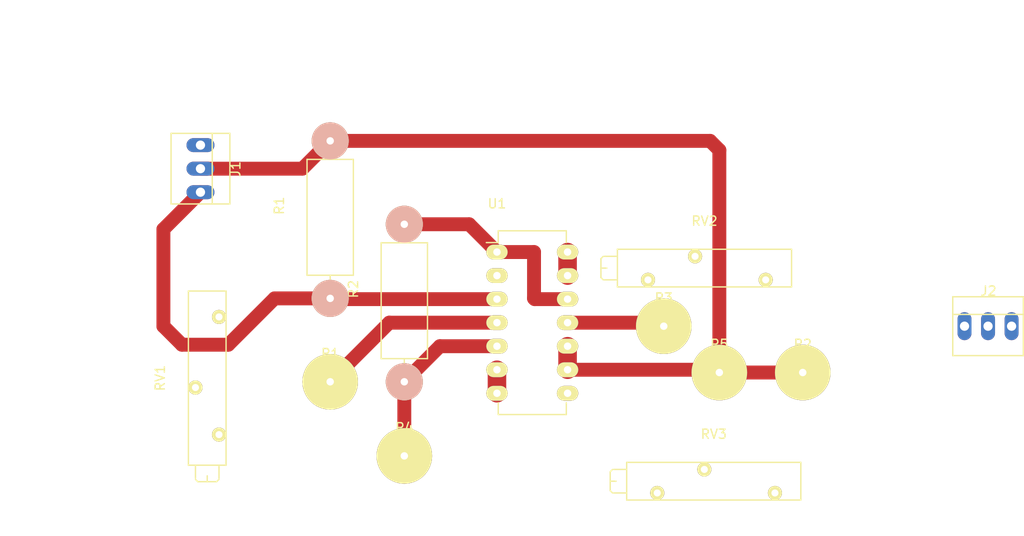
<source format=kicad_pcb>
(kicad_pcb (version 4) (host pcbnew 4.0.2+e4-6225~38~ubuntu14.04.1-stable)

  (general
    (links 25)
    (no_connects 10)
    (area 0 0 0 0)
    (thickness 1.6)
    (drawings 2)
    (tracks 32)
    (zones 0)
    (modules 13)
    (nets 14)
  )

  (page A4)
  (layers
    (0 F.Cu signal)
    (31 B.Cu signal)
    (32 B.Adhes user)
    (33 F.Adhes user)
    (34 B.Paste user)
    (35 F.Paste user)
    (36 B.SilkS user)
    (37 F.SilkS user)
    (38 B.Mask user)
    (39 F.Mask user)
    (40 Dwgs.User user)
    (41 Cmts.User user)
    (42 Eco1.User user)
    (43 Eco2.User user)
    (44 Edge.Cuts user)
    (45 Margin user)
    (46 B.CrtYd user)
    (47 F.CrtYd user)
    (48 B.Fab user)
    (49 F.Fab user)
  )

  (setup
    (last_trace_width 1.5)
    (trace_clearance 0.5)
    (zone_clearance 0.508)
    (zone_45_only no)
    (trace_min 0.2)
    (segment_width 0.2)
    (edge_width 0.15)
    (via_size 0.6)
    (via_drill 0.4)
    (via_min_size 0.4)
    (via_min_drill 0.3)
    (uvia_size 0.3)
    (uvia_drill 0.1)
    (uvias_allowed no)
    (uvia_min_size 0.2)
    (uvia_min_drill 0.1)
    (pcb_text_width 0.3)
    (pcb_text_size 1.5 1.5)
    (mod_edge_width 0.15)
    (mod_text_size 1 1)
    (mod_text_width 0.15)
    (pad_size 1.524 1.524)
    (pad_drill 0.762)
    (pad_to_mask_clearance 0.2)
    (aux_axis_origin 0 0)
    (visible_elements FFFFFF7F)
    (pcbplotparams
      (layerselection 0x00030_80000001)
      (usegerberextensions false)
      (excludeedgelayer true)
      (linewidth 0.100000)
      (plotframeref false)
      (viasonmask false)
      (mode 1)
      (useauxorigin false)
      (hpglpennumber 1)
      (hpglpenspeed 20)
      (hpglpendiameter 15)
      (hpglpenoverlay 2)
      (psnegative false)
      (psa4output false)
      (plotreference true)
      (plotvalue true)
      (plotinvisibletext false)
      (padsonsilk false)
      (subtractmaskfromsilk false)
      (outputformat 1)
      (mirror false)
      (drillshape 1)
      (scaleselection 1)
      (outputdirectory ""))
  )

  (net 0 "")
  (net 1 "Net-(J1-Pad1)")
  (net 2 GND)
  (net 3 "Net-(J1-Pad3)")
  (net 4 "Net-(J2-Pad1)")
  (net 5 "Net-(J2-Pad3)")
  (net 6 +12V)
  (net 7 -12V)
  (net 8 "Net-(P4-Pad1)")
  (net 9 "Net-(R2-Pad2)")
  (net 10 "Net-(RV1-Pad2)")
  (net 11 "Net-(RV2-Pad1)")
  (net 12 "Net-(RV3-Pad1)")
  (net 13 "Net-(U1-Pad8)")

  (net_class Default "This is the default net class."
    (clearance 0.5)
    (trace_width 1.5)
    (via_dia 0.6)
    (via_drill 0.4)
    (uvia_dia 0.3)
    (uvia_drill 0.1)
    (add_net +12V)
    (add_net -12V)
    (add_net GND)
    (add_net "Net-(J1-Pad1)")
    (add_net "Net-(J1-Pad3)")
    (add_net "Net-(J2-Pad1)")
    (add_net "Net-(J2-Pad3)")
    (add_net "Net-(P4-Pad1)")
    (add_net "Net-(R2-Pad2)")
    (add_net "Net-(RV1-Pad2)")
    (add_net "Net-(RV2-Pad1)")
    (add_net "Net-(RV3-Pad1)")
    (add_net "Net-(U1-Pad8)")
  )

  (module Connect:PINHEAD1-3 (layer F.Cu) (tedit 0) (tstamp 57BD6519)
    (at 116 67 270)
    (path /57BD9337)
    (attr virtual)
    (fp_text reference J1 (at 0.05 -3.8 270) (layer F.SilkS)
      (effects (font (size 1 1) (thickness 0.15)))
    )
    (fp_text value "Line OUT" (at 0 3.81 270) (layer F.Fab)
      (effects (font (size 1 1) (thickness 0.15)))
    )
    (fp_line (start -3.81 -3.175) (end -3.81 3.175) (layer F.SilkS) (width 0.15))
    (fp_line (start 3.81 -3.175) (end 3.81 3.175) (layer F.SilkS) (width 0.15))
    (fp_line (start 3.81 -1.27) (end -3.81 -1.27) (layer F.SilkS) (width 0.15))
    (fp_line (start -3.81 -3.175) (end 3.81 -3.175) (layer F.SilkS) (width 0.15))
    (fp_line (start 3.81 3.175) (end -3.81 3.175) (layer F.SilkS) (width 0.15))
    (pad 1 thru_hole oval (at -2.54 0 270) (size 1.50622 3.01498) (drill 0.99822) (layers *.Cu *.Mask)
      (net 1 "Net-(J1-Pad1)"))
    (pad 2 thru_hole oval (at 0 0 270) (size 1.50622 3.01498) (drill 0.99822) (layers *.Cu *.Mask)
      (net 2 GND))
    (pad 3 thru_hole oval (at 2.54 0 270) (size 1.50622 3.01498) (drill 0.99822) (layers *.Cu *.Mask)
      (net 3 "Net-(J1-Pad3)"))
  )

  (module Connect:PINHEAD1-3 (layer F.Cu) (tedit 0) (tstamp 57BD6520)
    (at 201 84)
    (path /57BD94A5)
    (attr virtual)
    (fp_text reference J2 (at 0.05 -3.8) (layer F.SilkS)
      (effects (font (size 1 1) (thickness 0.15)))
    )
    (fp_text value "Line IN" (at 0 3.81) (layer F.Fab)
      (effects (font (size 1 1) (thickness 0.15)))
    )
    (fp_line (start -3.81 -3.175) (end -3.81 3.175) (layer F.SilkS) (width 0.15))
    (fp_line (start 3.81 -3.175) (end 3.81 3.175) (layer F.SilkS) (width 0.15))
    (fp_line (start 3.81 -1.27) (end -3.81 -1.27) (layer F.SilkS) (width 0.15))
    (fp_line (start -3.81 -3.175) (end 3.81 -3.175) (layer F.SilkS) (width 0.15))
    (fp_line (start 3.81 3.175) (end -3.81 3.175) (layer F.SilkS) (width 0.15))
    (pad 1 thru_hole oval (at -2.54 0) (size 1.50622 3.01498) (drill 0.99822) (layers *.Cu *.Mask)
      (net 4 "Net-(J2-Pad1)"))
    (pad 2 thru_hole oval (at 0 0) (size 1.50622 3.01498) (drill 0.99822) (layers *.Cu *.Mask)
      (net 2 GND))
    (pad 3 thru_hole oval (at 2.54 0) (size 1.50622 3.01498) (drill 0.99822) (layers *.Cu *.Mask)
      (net 5 "Net-(J2-Pad3)"))
  )

  (module footprints:1pin_big (layer F.Cu) (tedit 57B0B1CF) (tstamp 57BD6525)
    (at 130 90)
    (descr "module 1 pin (ou trou mecanique de percage)")
    (tags DEV)
    (path /57BD74A8)
    (fp_text reference P1 (at 0 -3.048) (layer F.SilkS)
      (effects (font (size 1 1) (thickness 0.15)))
    )
    (fp_text value +Vref (at 0 2.794) (layer F.Fab)
      (effects (font (size 1 1) (thickness 0.15)))
    )
    (fp_circle (center 0 0) (end 0 -1.5) (layer F.SilkS) (width 0.15))
    (pad 1 thru_hole circle (at 0 0) (size 6 6) (drill 0.8) (layers *.Cu *.Mask F.SilkS)
      (net 6 +12V))
  )

  (module footprints:1pin_big (layer F.Cu) (tedit 57B0B1CF) (tstamp 57BD652A)
    (at 181 89)
    (descr "module 1 pin (ou trou mecanique de percage)")
    (tags DEV)
    (path /57BD8275)
    (fp_text reference P2 (at 0 -3.048) (layer F.SilkS)
      (effects (font (size 1 1) (thickness 0.15)))
    )
    (fp_text value GND (at 0 2.794) (layer F.Fab)
      (effects (font (size 1 1) (thickness 0.15)))
    )
    (fp_circle (center 0 0) (end 0 -1.5) (layer F.SilkS) (width 0.15))
    (pad 1 thru_hole circle (at 0 0) (size 6 6) (drill 0.8) (layers *.Cu *.Mask F.SilkS)
      (net 2 GND))
  )

  (module footprints:1pin_big (layer F.Cu) (tedit 57B0B1CF) (tstamp 57BD652F)
    (at 166 84)
    (descr "module 1 pin (ou trou mecanique de percage)")
    (tags DEV)
    (path /57BD82F3)
    (fp_text reference P3 (at 0 -3.048) (layer F.SilkS)
      (effects (font (size 1 1) (thickness 0.15)))
    )
    (fp_text value -Vref (at 0 2.794) (layer F.Fab)
      (effects (font (size 1 1) (thickness 0.15)))
    )
    (fp_circle (center 0 0) (end 0 -1.5) (layer F.SilkS) (width 0.15))
    (pad 1 thru_hole circle (at 0 0) (size 6 6) (drill 0.8) (layers *.Cu *.Mask F.SilkS)
      (net 7 -12V))
  )

  (module footprints:1pin_big (layer F.Cu) (tedit 57B0B1CF) (tstamp 57BD6534)
    (at 138 98)
    (descr "module 1 pin (ou trou mecanique de percage)")
    (tags DEV)
    (path /57BD8750)
    (fp_text reference P4 (at 0 -3.048) (layer F.SilkS)
      (effects (font (size 1 1) (thickness 0.15)))
    )
    (fp_text value Probe (at 0 2.794) (layer F.Fab)
      (effects (font (size 1 1) (thickness 0.15)))
    )
    (fp_circle (center 0 0) (end 0 -1.5) (layer F.SilkS) (width 0.15))
    (pad 1 thru_hole circle (at 0 0) (size 6 6) (drill 0.8) (layers *.Cu *.Mask F.SilkS)
      (net 8 "Net-(P4-Pad1)"))
  )

  (module footprints:1pin_big (layer F.Cu) (tedit 57B0B1CF) (tstamp 57BD6539)
    (at 172 89)
    (descr "module 1 pin (ou trou mecanique de percage)")
    (tags DEV)
    (path /57BD87C4)
    (fp_text reference P5 (at 0 -3.048) (layer F.SilkS)
      (effects (font (size 1 1) (thickness 0.15)))
    )
    (fp_text value GND (at 0 2.794) (layer F.Fab)
      (effects (font (size 1 1) (thickness 0.15)))
    )
    (fp_circle (center 0 0) (end 0 -1.5) (layer F.SilkS) (width 0.15))
    (pad 1 thru_hole circle (at 0 0) (size 6 6) (drill 0.8) (layers *.Cu *.Mask F.SilkS)
      (net 2 GND))
  )

  (module footprints:Resistor_Horizontal_RM20mm_0.25W (layer F.Cu) (tedit 57B09470) (tstamp 57BD653F)
    (at 130 81 90)
    (descr "Resistor, Axial, RM 20mm,")
    (tags "Resistor Axial RM 20mm")
    (path /57BD5692)
    (fp_text reference R1 (at 10 -5.4991 90) (layer F.SilkS)
      (effects (font (size 1 1) (thickness 0.15)))
    )
    (fp_text value 1k (at 10 5.00126 90) (layer F.Fab)
      (effects (font (size 1 1) (thickness 0.15)))
    )
    (fp_line (start 15 0) (end 15.75 0) (layer F.SilkS) (width 0.15))
    (fp_line (start 2.5 0) (end 2.5 -2.5) (layer F.SilkS) (width 0.15))
    (fp_line (start 2.5 -2.5) (end 15 -2.5) (layer F.SilkS) (width 0.15))
    (fp_line (start 15 -2.5) (end 15 2.5) (layer F.SilkS) (width 0.15))
    (fp_line (start 15 2.5) (end 2.5 2.5) (layer F.SilkS) (width 0.15))
    (fp_line (start 2.5 2.5) (end 2.5 0) (layer F.SilkS) (width 0.15))
    (fp_line (start 1.27 0) (end 2.38 0) (layer F.SilkS) (width 0.15))
    (pad 1 thru_hole circle (at 0 0 90) (size 4 4) (drill 0.8) (layers *.Cu *.SilkS *.Mask)
      (net 3 "Net-(J1-Pad3)"))
    (pad 2 thru_hole circle (at 17 0 90) (size 4 4) (drill 0.8) (layers *.Cu *.SilkS *.Mask)
      (net 2 GND))
    (model Resistors_ThroughHole.3dshapes/Resistor_Horizontal_RM20mm.wrl
      (at (xyz 0.395 0 0))
      (scale (xyz 0.395 0.4 0.4))
      (rotate (xyz 0 0 0))
    )
  )

  (module footprints:Resistor_Horizontal_RM20mm_0.25W (layer F.Cu) (tedit 57B09470) (tstamp 57BD6545)
    (at 138 90 90)
    (descr "Resistor, Axial, RM 20mm,")
    (tags "Resistor Axial RM 20mm")
    (path /57BD570D)
    (fp_text reference R2 (at 10 -5.4991 90) (layer F.SilkS)
      (effects (font (size 1 1) (thickness 0.15)))
    )
    (fp_text value 1k (at 10 5.00126 90) (layer F.Fab)
      (effects (font (size 1 1) (thickness 0.15)))
    )
    (fp_line (start 15 0) (end 15.75 0) (layer F.SilkS) (width 0.15))
    (fp_line (start 2.5 0) (end 2.5 -2.5) (layer F.SilkS) (width 0.15))
    (fp_line (start 2.5 -2.5) (end 15 -2.5) (layer F.SilkS) (width 0.15))
    (fp_line (start 15 -2.5) (end 15 2.5) (layer F.SilkS) (width 0.15))
    (fp_line (start 15 2.5) (end 2.5 2.5) (layer F.SilkS) (width 0.15))
    (fp_line (start 2.5 2.5) (end 2.5 0) (layer F.SilkS) (width 0.15))
    (fp_line (start 1.27 0) (end 2.38 0) (layer F.SilkS) (width 0.15))
    (pad 1 thru_hole circle (at 0 0 90) (size 4 4) (drill 0.8) (layers *.Cu *.SilkS *.Mask)
      (net 8 "Net-(P4-Pad1)"))
    (pad 2 thru_hole circle (at 17 0 90) (size 4 4) (drill 0.8) (layers *.Cu *.SilkS *.Mask)
      (net 9 "Net-(R2-Pad2)"))
    (model Resistors_ThroughHole.3dshapes/Resistor_Horizontal_RM20mm.wrl
      (at (xyz 0.395 0 0))
      (scale (xyz 0.395 0.4 0.4))
      (rotate (xyz 0 0 0))
    )
  )

  (module Potentiometers:Potentiometer_Bourns_3005_Angular_ScrewFront (layer F.Cu) (tedit 54144ECC) (tstamp 57BD654C)
    (at 118 83 90)
    (descr "3/4, Rectangular, Trimpot, Trimming, Potentiometer, Bourns, 3005")
    (tags "3/4, Rectangular, Trimpot, Trimming, Potentiometer, 3005")
    (path /57BD57AB)
    (fp_text reference RV1 (at -6.604 -6.35 90) (layer F.SilkS)
      (effects (font (size 1 1) (thickness 0.15)))
    )
    (fp_text value 100k (at -6.604 3.81 90) (layer F.Fab)
      (effects (font (size 1 1) (thickness 0.15)))
    )
    (fp_line (start -17.526 -2.54) (end -17.78 -2.286) (layer F.SilkS) (width 0.15))
    (fp_line (start -17.78 -2.286) (end -17.78 -1.27) (layer F.SilkS) (width 0.15))
    (fp_line (start -17.78 -1.27) (end -17.78 -0.254) (layer F.SilkS) (width 0.15))
    (fp_line (start -17.78 -0.254) (end -17.526 0) (layer F.SilkS) (width 0.15))
    (fp_line (start -16.129 -2.54) (end -17.399 -2.54) (layer F.SilkS) (width 0.15))
    (fp_line (start -16.129 0) (end -17.399 0) (layer F.SilkS) (width 0.15))
    (fp_line (start -17.653 -1.27) (end -17.145 -1.27) (layer F.SilkS) (width 0.15))
    (fp_line (start -16.002 0.762) (end -16.002 -3.302) (layer F.SilkS) (width 0.15))
    (fp_line (start 2.794 0.762) (end 2.794 -3.302) (layer F.SilkS) (width 0.15))
    (fp_line (start -16.002 0.762) (end 2.794 0.762) (layer F.SilkS) (width 0.15))
    (fp_line (start 2.794 -3.302) (end -16.002 -3.302) (layer F.SilkS) (width 0.15))
    (pad 3 thru_hole circle (at -12.7 0 90) (size 1.524 1.524) (drill 0.762) (layers *.Cu *.Mask F.SilkS)
      (net 9 "Net-(R2-Pad2)"))
    (pad 2 thru_hole circle (at -7.62 -2.54 90) (size 1.524 1.524) (drill 0.762) (layers *.Cu *.Mask F.SilkS)
      (net 10 "Net-(RV1-Pad2)"))
    (pad 1 thru_hole circle (at 0 0 90) (size 1.524 1.524) (drill 0.762) (layers *.Cu *.Mask F.SilkS)
      (net 2 GND))
    (model Potentiometers.3dshapes/Potentiometer_Bourns_3005_Angular_ScrewFront.wrl
      (at (xyz 0 0 0))
      (scale (xyz 1 1 1))
      (rotate (xyz 0 0 0))
    )
  )

  (module Potentiometers:Potentiometer_Bourns_3005_Angular_ScrewFront (layer F.Cu) (tedit 54144ECC) (tstamp 57BD6553)
    (at 177 79)
    (descr "3/4, Rectangular, Trimpot, Trimming, Potentiometer, Bourns, 3005")
    (tags "3/4, Rectangular, Trimpot, Trimming, Potentiometer, 3005")
    (path /57BD5903)
    (fp_text reference RV2 (at -6.604 -6.35) (layer F.SilkS)
      (effects (font (size 1 1) (thickness 0.15)))
    )
    (fp_text value 100k (at -6.604 3.81) (layer F.Fab)
      (effects (font (size 1 1) (thickness 0.15)))
    )
    (fp_line (start -17.526 -2.54) (end -17.78 -2.286) (layer F.SilkS) (width 0.15))
    (fp_line (start -17.78 -2.286) (end -17.78 -1.27) (layer F.SilkS) (width 0.15))
    (fp_line (start -17.78 -1.27) (end -17.78 -0.254) (layer F.SilkS) (width 0.15))
    (fp_line (start -17.78 -0.254) (end -17.526 0) (layer F.SilkS) (width 0.15))
    (fp_line (start -16.129 -2.54) (end -17.399 -2.54) (layer F.SilkS) (width 0.15))
    (fp_line (start -16.129 0) (end -17.399 0) (layer F.SilkS) (width 0.15))
    (fp_line (start -17.653 -1.27) (end -17.145 -1.27) (layer F.SilkS) (width 0.15))
    (fp_line (start -16.002 0.762) (end -16.002 -3.302) (layer F.SilkS) (width 0.15))
    (fp_line (start 2.794 0.762) (end 2.794 -3.302) (layer F.SilkS) (width 0.15))
    (fp_line (start -16.002 0.762) (end 2.794 0.762) (layer F.SilkS) (width 0.15))
    (fp_line (start 2.794 -3.302) (end -16.002 -3.302) (layer F.SilkS) (width 0.15))
    (pad 3 thru_hole circle (at -12.7 0) (size 1.524 1.524) (drill 0.762) (layers *.Cu *.Mask F.SilkS)
      (net 2 GND))
    (pad 2 thru_hole circle (at -7.62 -2.54) (size 1.524 1.524) (drill 0.762) (layers *.Cu *.Mask F.SilkS)
      (net 4 "Net-(J2-Pad1)"))
    (pad 1 thru_hole circle (at 0 0) (size 1.524 1.524) (drill 0.762) (layers *.Cu *.Mask F.SilkS)
      (net 11 "Net-(RV2-Pad1)"))
    (model Potentiometers.3dshapes/Potentiometer_Bourns_3005_Angular_ScrewFront.wrl
      (at (xyz 0 0 0))
      (scale (xyz 1 1 1))
      (rotate (xyz 0 0 0))
    )
  )

  (module Potentiometers:Potentiometer_Bourns_3005_Angular_ScrewFront (layer F.Cu) (tedit 54144ECC) (tstamp 57BD655A)
    (at 178 102)
    (descr "3/4, Rectangular, Trimpot, Trimming, Potentiometer, Bourns, 3005")
    (tags "3/4, Rectangular, Trimpot, Trimming, Potentiometer, 3005")
    (path /57BD58CC)
    (fp_text reference RV3 (at -6.604 -6.35) (layer F.SilkS)
      (effects (font (size 1 1) (thickness 0.15)))
    )
    (fp_text value 100k (at -6.604 3.81) (layer F.Fab)
      (effects (font (size 1 1) (thickness 0.15)))
    )
    (fp_line (start -17.526 -2.54) (end -17.78 -2.286) (layer F.SilkS) (width 0.15))
    (fp_line (start -17.78 -2.286) (end -17.78 -1.27) (layer F.SilkS) (width 0.15))
    (fp_line (start -17.78 -1.27) (end -17.78 -0.254) (layer F.SilkS) (width 0.15))
    (fp_line (start -17.78 -0.254) (end -17.526 0) (layer F.SilkS) (width 0.15))
    (fp_line (start -16.129 -2.54) (end -17.399 -2.54) (layer F.SilkS) (width 0.15))
    (fp_line (start -16.129 0) (end -17.399 0) (layer F.SilkS) (width 0.15))
    (fp_line (start -17.653 -1.27) (end -17.145 -1.27) (layer F.SilkS) (width 0.15))
    (fp_line (start -16.002 0.762) (end -16.002 -3.302) (layer F.SilkS) (width 0.15))
    (fp_line (start 2.794 0.762) (end 2.794 -3.302) (layer F.SilkS) (width 0.15))
    (fp_line (start -16.002 0.762) (end 2.794 0.762) (layer F.SilkS) (width 0.15))
    (fp_line (start 2.794 -3.302) (end -16.002 -3.302) (layer F.SilkS) (width 0.15))
    (pad 3 thru_hole circle (at -12.7 0) (size 1.524 1.524) (drill 0.762) (layers *.Cu *.Mask F.SilkS)
      (net 2 GND))
    (pad 2 thru_hole circle (at -7.62 -2.54) (size 1.524 1.524) (drill 0.762) (layers *.Cu *.Mask F.SilkS)
      (net 5 "Net-(J2-Pad3)"))
    (pad 1 thru_hole circle (at 0 0) (size 1.524 1.524) (drill 0.762) (layers *.Cu *.Mask F.SilkS)
      (net 12 "Net-(RV3-Pad1)"))
    (model Potentiometers.3dshapes/Potentiometer_Bourns_3005_Angular_ScrewFront.wrl
      (at (xyz 0 0 0))
      (scale (xyz 1 1 1))
      (rotate (xyz 0 0 0))
    )
  )

  (module Housings_DIP:DIP-14_W7.62mm_LongPads (layer F.Cu) (tedit 54130A77) (tstamp 57BD656C)
    (at 148 76)
    (descr "14-lead dip package, row spacing 7.62 mm (300 mils), longer pads")
    (tags "dil dip 2.54 300")
    (path /57BD5287)
    (fp_text reference U1 (at 0 -5.22) (layer F.SilkS)
      (effects (font (size 1 1) (thickness 0.15)))
    )
    (fp_text value LM324N (at 0 -3.72) (layer F.Fab)
      (effects (font (size 1 1) (thickness 0.15)))
    )
    (fp_line (start -1.4 -2.45) (end -1.4 17.7) (layer F.CrtYd) (width 0.05))
    (fp_line (start 9 -2.45) (end 9 17.7) (layer F.CrtYd) (width 0.05))
    (fp_line (start -1.4 -2.45) (end 9 -2.45) (layer F.CrtYd) (width 0.05))
    (fp_line (start -1.4 17.7) (end 9 17.7) (layer F.CrtYd) (width 0.05))
    (fp_line (start 0.135 -2.295) (end 0.135 -1.025) (layer F.SilkS) (width 0.15))
    (fp_line (start 7.485 -2.295) (end 7.485 -1.025) (layer F.SilkS) (width 0.15))
    (fp_line (start 7.485 17.535) (end 7.485 16.265) (layer F.SilkS) (width 0.15))
    (fp_line (start 0.135 17.535) (end 0.135 16.265) (layer F.SilkS) (width 0.15))
    (fp_line (start 0.135 -2.295) (end 7.485 -2.295) (layer F.SilkS) (width 0.15))
    (fp_line (start 0.135 17.535) (end 7.485 17.535) (layer F.SilkS) (width 0.15))
    (fp_line (start 0.135 -1.025) (end -1.15 -1.025) (layer F.SilkS) (width 0.15))
    (pad 1 thru_hole oval (at 0 0) (size 2.3 1.6) (drill 0.8) (layers *.Cu *.Mask F.SilkS)
      (net 9 "Net-(R2-Pad2)"))
    (pad 2 thru_hole oval (at 0 2.54) (size 2.3 1.6) (drill 0.8) (layers *.Cu *.Mask F.SilkS)
      (net 10 "Net-(RV1-Pad2)"))
    (pad 3 thru_hole oval (at 0 5.08) (size 2.3 1.6) (drill 0.8) (layers *.Cu *.Mask F.SilkS)
      (net 3 "Net-(J1-Pad3)"))
    (pad 4 thru_hole oval (at 0 7.62) (size 2.3 1.6) (drill 0.8) (layers *.Cu *.Mask F.SilkS)
      (net 6 +12V))
    (pad 5 thru_hole oval (at 0 10.16) (size 2.3 1.6) (drill 0.8) (layers *.Cu *.Mask F.SilkS)
      (net 8 "Net-(P4-Pad1)"))
    (pad 6 thru_hole oval (at 0 12.7) (size 2.3 1.6) (drill 0.8) (layers *.Cu *.Mask F.SilkS)
      (net 12 "Net-(RV3-Pad1)"))
    (pad 7 thru_hole oval (at 0 15.24) (size 2.3 1.6) (drill 0.8) (layers *.Cu *.Mask F.SilkS)
      (net 12 "Net-(RV3-Pad1)"))
    (pad 8 thru_hole oval (at 7.62 15.24) (size 2.3 1.6) (drill 0.8) (layers *.Cu *.Mask F.SilkS)
      (net 13 "Net-(U1-Pad8)"))
    (pad 9 thru_hole oval (at 7.62 12.7) (size 2.3 1.6) (drill 0.8) (layers *.Cu *.Mask F.SilkS)
      (net 2 GND))
    (pad 10 thru_hole oval (at 7.62 10.16) (size 2.3 1.6) (drill 0.8) (layers *.Cu *.Mask F.SilkS)
      (net 2 GND))
    (pad 11 thru_hole oval (at 7.62 7.62) (size 2.3 1.6) (drill 0.8) (layers *.Cu *.Mask F.SilkS)
      (net 7 -12V))
    (pad 12 thru_hole oval (at 7.62 5.08) (size 2.3 1.6) (drill 0.8) (layers *.Cu *.Mask F.SilkS)
      (net 9 "Net-(R2-Pad2)"))
    (pad 13 thru_hole oval (at 7.62 2.54) (size 2.3 1.6) (drill 0.8) (layers *.Cu *.Mask F.SilkS)
      (net 11 "Net-(RV2-Pad1)"))
    (pad 14 thru_hole oval (at 7.62 0) (size 2.3 1.6) (drill 0.8) (layers *.Cu *.Mask F.SilkS)
      (net 11 "Net-(RV2-Pad1)"))
    (model Housings_DIP.3dshapes/DIP-14_W7.62mm_LongPads.wrl
      (at (xyz 0 0 0))
      (scale (xyz 1 1 1))
      (rotate (xyz 0 0 0))
    )
  )

  (dimension 47 (width 0.3) (layer Dwgs.User)
    (gr_text "47.000 mm" (at 100.65 81.5 270) (layer Dwgs.User)
      (effects (font (size 1.5 1.5) (thickness 0.3)))
    )
    (feature1 (pts (xy 108 105) (xy 99.3 105)))
    (feature2 (pts (xy 108 58) (xy 99.3 58)))
    (crossbar (pts (xy 102 58) (xy 102 105)))
    (arrow1a (pts (xy 102 105) (xy 101.413579 103.873496)))
    (arrow1b (pts (xy 102 105) (xy 102.586421 103.873496)))
    (arrow2a (pts (xy 102 58) (xy 101.413579 59.126504)))
    (arrow2b (pts (xy 102 58) (xy 102.586421 59.126504)))
  )
  (dimension 81 (width 0.3) (layer Dwgs.User)
    (gr_text "81.000 mm" (at 148.5 50.65) (layer Dwgs.User)
      (effects (font (size 1.5 1.5) (thickness 0.3)))
    )
    (feature1 (pts (xy 189 58) (xy 189 49.3)))
    (feature2 (pts (xy 108 58) (xy 108 49.3)))
    (crossbar (pts (xy 108 52) (xy 189 52)))
    (arrow1a (pts (xy 189 52) (xy 187.873496 52.586421)))
    (arrow1b (pts (xy 189 52) (xy 187.873496 51.413579)))
    (arrow2a (pts (xy 108 52) (xy 109.126504 52.586421)))
    (arrow2b (pts (xy 108 52) (xy 109.126504 51.413579)))
  )

  (segment (start 116 67) (end 127 67) (width 1.5) (layer F.Cu) (net 2) (status 400000))
  (segment (start 127 67) (end 130 64) (width 1.5) (layer F.Cu) (net 2) (tstamp 57BF523B) (status 800000))
  (segment (start 130 64) (end 171 64) (width 1.5) (layer F.Cu) (net 2))
  (segment (start 172 65) (end 172 89) (width 1.5) (layer F.Cu) (net 2) (tstamp 57BF517C))
  (segment (start 171 64) (end 172 65) (width 1.5) (layer F.Cu) (net 2) (tstamp 57BF5176))
  (segment (start 172 89) (end 181 89) (width 1.5) (layer F.Cu) (net 2))
  (segment (start 155.62 88.7) (end 171.7 88.7) (width 1.5) (layer F.Cu) (net 2))
  (segment (start 171.7 88.7) (end 172 89) (width 1.5) (layer F.Cu) (net 2) (tstamp 57BF515B))
  (segment (start 155.62 86.16) (end 155.62 88.7) (width 2) (layer F.Cu) (net 2))
  (segment (start 130 81) (end 124 81) (width 1.5) (layer F.Cu) (net 3) (status 400000))
  (segment (start 112 73.54) (end 116 69.54) (width 1.5) (layer F.Cu) (net 3) (tstamp 57BF5247) (status 800000))
  (segment (start 112 84) (end 112 73.54) (width 1.5) (layer F.Cu) (net 3) (tstamp 57BF5246))
  (segment (start 114 86) (end 112 84) (width 1.5) (layer F.Cu) (net 3) (tstamp 57BF5245))
  (segment (start 119 86) (end 114 86) (width 1.5) (layer F.Cu) (net 3) (tstamp 57BF5244))
  (segment (start 124 81) (end 119 86) (width 1.5) (layer F.Cu) (net 3) (tstamp 57BF5242))
  (segment (start 148 81.08) (end 130.08 81.08) (width 1.5) (layer F.Cu) (net 3))
  (segment (start 130.08 81.08) (end 130 81) (width 1.5) (layer F.Cu) (net 3) (tstamp 57BF5138))
  (segment (start 148 83.62) (end 136.38 83.62) (width 1.5) (layer F.Cu) (net 6))
  (segment (start 136.38 83.62) (end 130 90) (width 1.5) (layer F.Cu) (net 6) (tstamp 57BF50D2))
  (segment (start 155.62 83.62) (end 165.62 83.62) (width 1.5) (layer F.Cu) (net 7))
  (segment (start 165.62 83.62) (end 166 84) (width 1.5) (layer F.Cu) (net 7) (tstamp 57BF5108))
  (segment (start 138 90) (end 138 98) (width 1.5) (layer F.Cu) (net 8))
  (segment (start 148 86.16) (end 141.84 86.16) (width 1.5) (layer F.Cu) (net 8))
  (segment (start 141.84 86.16) (end 138 90) (width 1.5) (layer F.Cu) (net 8) (tstamp 57BF50DA))
  (segment (start 148 76) (end 152 76) (width 1.5) (layer F.Cu) (net 9))
  (segment (start 152.08 81.08) (end 155.62 81.08) (width 1.5) (layer F.Cu) (net 9) (tstamp 57BF50EC))
  (segment (start 152 81) (end 152.08 81.08) (width 1.5) (layer F.Cu) (net 9) (tstamp 57BF50EB))
  (segment (start 152 76) (end 152 81) (width 1.5) (layer F.Cu) (net 9) (tstamp 57BF50EA))
  (segment (start 138 73) (end 145 73) (width 1.5) (layer F.Cu) (net 9))
  (segment (start 145 73) (end 148 76) (width 1.5) (layer F.Cu) (net 9) (tstamp 57BF50E5))
  (segment (start 155.62 76) (end 155.62 78.54) (width 2) (layer F.Cu) (net 11))
  (segment (start 148 88.7) (end 148 91.24) (width 2) (layer F.Cu) (net 12))

)

</source>
